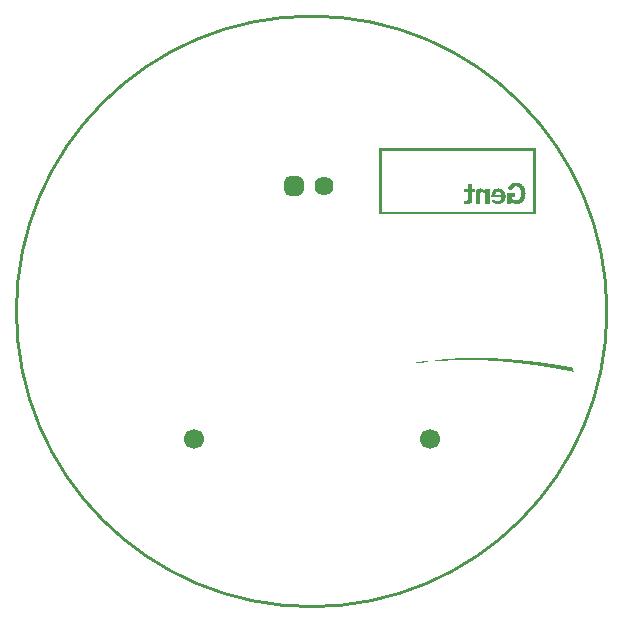
<source format=gbs>
G04*
G04 #@! TF.GenerationSoftware,Altium Limited,Altium Designer,25.1.2 (22)*
G04*
G04 Layer_Color=16711935*
%FSLAX25Y25*%
%MOIN*%
G70*
G04*
G04 #@! TF.SameCoordinates,20C2AC38-BB5E-479F-A31B-2D12C5FD2638*
G04*
G04*
G04 #@! TF.FilePolarity,Negative*
G04*
G01*
G75*
%ADD10C,0.01000*%
G04:AMPARAMS|DCode=11|XSize=63.94mil|YSize=63.94mil|CornerRadius=16.97mil|HoleSize=0mil|Usage=FLASHONLY|Rotation=180.000|XOffset=0mil|YOffset=0mil|HoleType=Round|Shape=RoundedRectangle|*
%AMROUNDEDRECTD11*
21,1,0.06394,0.03000,0,0,180.0*
21,1,0.03000,0.06394,0,0,180.0*
1,1,0.03394,-0.01500,0.01500*
1,1,0.03394,0.01500,0.01500*
1,1,0.03394,0.01500,-0.01500*
1,1,0.03394,-0.01500,-0.01500*
%
%ADD11ROUNDEDRECTD11*%
%ADD12C,0.06394*%
%ADD13C,0.06693*%
G36*
X173162Y130723D02*
X121704Y130718D01*
X120986D01*
X120981Y152726D01*
X173156Y152731D01*
X173162Y130723D01*
D02*
G37*
G36*
X137176Y81949D02*
X137196Y81901D01*
X137224Y81824D01*
X137244Y81776D01*
X137273Y81699D01*
X137297Y81637D01*
X137316Y81588D01*
X137345Y81521D01*
X137297Y81511D01*
X136873Y81473D01*
X136777Y81463D01*
X136460Y81434D01*
X136344Y81425D01*
X136238Y81415D01*
X135661Y81367D01*
X135555Y81357D01*
X135430Y81348D01*
X135315Y81338D01*
X134940Y81309D01*
X134824Y81300D01*
X134324Y81261D01*
X134189Y81252D01*
X133963Y81237D01*
X133924Y81228D01*
X133617Y81208D01*
X133588Y81199D01*
X133506Y81204D01*
X133468Y81213D01*
X133415Y81228D01*
X133338Y81276D01*
X133318Y81285D01*
X133299Y81305D01*
X133280Y81314D01*
X133251Y81343D01*
X133232Y81353D01*
X133184Y81401D01*
X133165Y81410D01*
X133112Y81463D01*
X133160Y81473D01*
X133237Y81482D01*
X133323Y81492D01*
X133708Y81540D01*
X133795Y81550D01*
X133944Y81564D01*
X133949Y81569D01*
X134102Y81588D01*
X134189Y81598D01*
X134266Y81608D01*
X134353Y81617D01*
X134430Y81627D01*
X134516Y81637D01*
X134593Y81646D01*
X134680Y81656D01*
X134757Y81665D01*
X134843Y81675D01*
X134920Y81685D01*
X135007Y81694D01*
X135161Y81713D01*
X135247Y81723D01*
X135324Y81733D01*
X135411Y81742D01*
X135488Y81752D01*
X135574Y81761D01*
X135652Y81771D01*
X135738Y81781D01*
X135815Y81790D01*
X135902Y81800D01*
X135979Y81810D01*
X136065Y81819D01*
X136989Y81935D01*
X137128Y81949D01*
X137157Y81959D01*
X137176Y81949D01*
D02*
G37*
G36*
X155105Y82897D02*
X155509Y82887D01*
X156413Y82877D01*
X156731Y82868D01*
X157741Y82839D01*
X158010Y82829D01*
X158251Y82820D01*
X159001Y82791D01*
X159232Y82781D01*
X159424Y82772D01*
X160406Y82724D01*
X160589Y82714D01*
X161079Y82685D01*
X161252Y82675D01*
X161416Y82666D01*
X161700Y82651D01*
X161767Y82642D01*
X162340Y82608D01*
X162604Y82594D01*
X162643Y82584D01*
X163215Y82550D01*
X163350Y82541D01*
X163475Y82531D01*
X163744Y82512D01*
X163869Y82502D01*
X164273Y82473D01*
X164399Y82464D01*
X164533Y82454D01*
X164649Y82445D01*
X164774Y82435D01*
X165351Y82387D01*
X165476Y82377D01*
X165938Y82339D01*
X166063Y82329D01*
X166640Y82281D01*
X166765Y82271D01*
X167227Y82233D01*
X167333Y82223D01*
X167525Y82204D01*
X167631Y82195D01*
X167824Y82175D01*
X167929Y82166D01*
X168026Y82156D01*
X168131Y82146D01*
X168324Y82127D01*
X168430Y82117D01*
X168622Y82098D01*
X168728Y82089D01*
X168920Y82069D01*
X169026Y82060D01*
X169219Y82041D01*
X169324Y82031D01*
X169613Y82002D01*
X169873Y81973D01*
X169969Y81964D01*
X170229Y81935D01*
X170325Y81925D01*
X170585Y81896D01*
X170681Y81887D01*
X170854Y81867D01*
X170950Y81858D01*
X171210Y81829D01*
X171306Y81819D01*
X171566Y81790D01*
X171662Y81781D01*
X171835Y81761D01*
X171912Y81752D01*
X171999Y81742D01*
X172153Y81723D01*
X172239Y81713D01*
X172393Y81694D01*
X172480Y81685D01*
X172634Y81665D01*
X172721Y81656D01*
X172874Y81637D01*
X172961Y81627D01*
X173115Y81608D01*
X173202Y81598D01*
X173355Y81579D01*
X173442Y81569D01*
X173596Y81550D01*
X173683Y81540D01*
X173822Y81526D01*
X173861Y81516D01*
X173957Y81507D01*
X174024Y81497D01*
X174154Y81482D01*
X174351Y81458D01*
X174390Y81449D01*
X174520Y81434D01*
X174640Y81420D01*
X174678Y81410D01*
X174808Y81396D01*
X175005Y81372D01*
X175044Y81362D01*
X175174Y81348D01*
X175371Y81324D01*
X175409Y81314D01*
X175539Y81300D01*
X175660Y81285D01*
X175698Y81276D01*
X175828Y81261D01*
X176025Y81237D01*
X176064Y81228D01*
X176194Y81213D01*
X176314Y81199D01*
X176352Y81189D01*
X176482Y81175D01*
X178147Y80934D01*
X178676Y80857D01*
X178734Y80848D01*
X178859Y80828D01*
X178916Y80819D01*
X179041Y80799D01*
X179099Y80790D01*
X179224Y80771D01*
X179282Y80761D01*
X179407Y80742D01*
X179465Y80732D01*
X179715Y80694D01*
X179773Y80684D01*
X179898Y80665D01*
X179955Y80655D01*
X180080Y80636D01*
X180138Y80626D01*
X180263Y80607D01*
X180321Y80597D01*
X180446Y80578D01*
X180504Y80568D01*
X180629Y80549D01*
X180687Y80540D01*
X180812Y80520D01*
X181216Y80453D01*
X181264Y80444D01*
X181552Y80395D01*
X181600Y80386D01*
X181889Y80338D01*
X181937Y80328D01*
X182226Y80280D01*
X182274Y80270D01*
X182563Y80222D01*
X182611Y80213D01*
X182899Y80164D01*
X182948Y80155D01*
X183178Y80116D01*
X183227Y80107D01*
X183284Y80097D01*
X183332Y80088D01*
X183390Y80078D01*
X183486Y80059D01*
X183544Y80049D01*
X183592Y80039D01*
X183650Y80030D01*
X183746Y80010D01*
X183804Y80001D01*
X183852Y79991D01*
X183909Y79982D01*
X184006Y79962D01*
X184063Y79953D01*
X184112Y79943D01*
X184169Y79934D01*
X184265Y79914D01*
X184323Y79905D01*
X184371Y79895D01*
X184429Y79886D01*
X184477Y79876D01*
X184535Y79866D01*
X184631Y79847D01*
X184689Y79837D01*
X184737Y79828D01*
X184795Y79818D01*
X184891Y79799D01*
X184949Y79789D01*
X184997Y79780D01*
X185054Y79770D01*
X185151Y79751D01*
X185208Y79741D01*
X185257Y79732D01*
X185314Y79722D01*
X185362Y79712D01*
X185454Y79698D01*
X185463Y79679D01*
X185473Y79640D01*
X185492Y79544D01*
X185502Y79505D01*
X185511Y79457D01*
X185521Y79419D01*
X185540Y79323D01*
X185550Y79284D01*
X185598Y79044D01*
X185608Y79005D01*
X185656Y78765D01*
X185665Y78726D01*
X185694Y78582D01*
X185704Y78543D01*
X185723Y78447D01*
X185747Y78337D01*
X185757Y78308D01*
X185752Y78293D01*
X185709Y78298D01*
X185612Y78317D01*
X185555Y78327D01*
X185314Y78375D01*
X185257Y78385D01*
X185064Y78423D01*
X185006Y78433D01*
X184814Y78471D01*
X184756Y78481D01*
X184564Y78519D01*
X184506Y78529D01*
X184314Y78567D01*
X184256Y78577D01*
X184063Y78615D01*
X184006Y78625D01*
X183813Y78664D01*
X183756Y78673D01*
X183611Y78702D01*
X183554Y78712D01*
X183457Y78731D01*
X183400Y78741D01*
X183352Y78750D01*
X183294Y78760D01*
X183198Y78779D01*
X183140Y78789D01*
X183092Y78798D01*
X183034Y78808D01*
X182938Y78827D01*
X182880Y78837D01*
X182784Y78856D01*
X182726Y78866D01*
X182678Y78875D01*
X182620Y78885D01*
X182524Y78904D01*
X182466Y78914D01*
X182418Y78923D01*
X182361Y78933D01*
X182264Y78952D01*
X182207Y78962D01*
X182159Y78971D01*
X182101Y78981D01*
X182005Y79000D01*
X181947Y79010D01*
X181851Y79029D01*
X181793Y79039D01*
X181745Y79048D01*
X181687Y79058D01*
X181591Y79077D01*
X181533Y79087D01*
X181485Y79097D01*
X181370Y79116D01*
X181322Y79125D01*
X181264Y79135D01*
X181216Y79145D01*
X181100Y79164D01*
X181052Y79173D01*
X180937Y79193D01*
X180889Y79202D01*
X180831Y79212D01*
X180783Y79222D01*
X180667Y79241D01*
X180619Y79251D01*
X180504Y79270D01*
X180456Y79279D01*
X180398Y79289D01*
X180350Y79299D01*
X180234Y79318D01*
X180186Y79327D01*
X180071Y79347D01*
X180023Y79356D01*
X179907Y79375D01*
X179859Y79385D01*
X179801Y79395D01*
X179753Y79404D01*
X179638Y79424D01*
X179590Y79433D01*
X179474Y79453D01*
X179426Y79462D01*
X179195Y79501D01*
X179147Y79510D01*
X178570Y79606D01*
X178522Y79616D01*
X177945Y79712D01*
X177896Y79722D01*
X177088Y79857D01*
X176963Y79876D01*
X176848Y79895D01*
X176723Y79914D01*
X176607Y79934D01*
X176482Y79953D01*
X176367Y79972D01*
X176242Y79991D01*
X176126Y80010D01*
X176001Y80030D01*
X175886Y80049D01*
X175761Y80068D01*
X175645Y80088D01*
X175520Y80107D01*
X175405Y80126D01*
X175280Y80145D01*
X175222Y80155D01*
X175097Y80174D01*
X172980Y80492D01*
X172870Y80506D01*
X172831Y80516D01*
X172634Y80540D01*
X172523Y80554D01*
X172485Y80564D01*
X172288Y80588D01*
X172177Y80602D01*
X172139Y80612D01*
X172009Y80626D01*
X171898Y80641D01*
X171860Y80650D01*
X171662Y80674D01*
X171552Y80689D01*
X171513Y80698D01*
X171316Y80722D01*
X171205Y80737D01*
X171167Y80747D01*
X170849Y80785D01*
X170811Y80795D01*
X170681Y80809D01*
X170450Y80838D01*
X170320Y80852D01*
X170282Y80862D01*
X170152Y80876D01*
X169921Y80905D01*
X169791Y80920D01*
X169753Y80929D01*
X169623Y80944D01*
X169315Y80982D01*
X169185Y80997D01*
X169146Y81006D01*
X169017Y81021D01*
X168632Y81069D01*
X168458Y81088D01*
X168382Y81098D01*
X168295Y81107D01*
X168218Y81117D01*
X168131Y81126D01*
X168054Y81136D01*
X167881Y81155D01*
X167804Y81165D01*
X167718Y81175D01*
X167641Y81184D01*
X167554Y81194D01*
X167477Y81204D01*
X167304Y81223D01*
X167227Y81232D01*
X167140Y81242D01*
X167063Y81252D01*
X166977Y81261D01*
X166881Y81271D01*
X166708Y81290D01*
X166611Y81300D01*
X166525Y81309D01*
X166428Y81319D01*
X166255Y81338D01*
X166159Y81348D01*
X165986Y81367D01*
X165890Y81377D01*
X165717Y81396D01*
X165620Y81406D01*
X165447Y81425D01*
X165255Y81444D01*
X165149Y81454D01*
X164860Y81482D01*
X164754Y81492D01*
X164562Y81511D01*
X164456Y81521D01*
X164168Y81550D01*
X164062Y81559D01*
X163869Y81579D01*
X163763Y81588D01*
X163667Y81598D01*
X163552Y81608D01*
X163446Y81617D01*
X163331Y81627D01*
X163225Y81637D01*
X163109Y81646D01*
X163004Y81656D01*
X162888Y81665D01*
X162782Y81675D01*
X162667Y81685D01*
X162561Y81694D01*
X162445Y81704D01*
X162340Y81713D01*
X162224Y81723D01*
X162118Y81733D01*
X162003Y81742D01*
X161753Y81761D01*
X161637Y81771D01*
X160387Y81867D01*
X160108Y81887D01*
X158684Y81983D01*
X158530Y81992D01*
X158357Y82002D01*
X157866Y82031D01*
X157693Y82041D01*
X157202Y82069D01*
X157029Y82079D01*
X156846Y82089D01*
X156250Y82117D01*
X155846Y82137D01*
X155475Y82151D01*
X155446Y82161D01*
X155042Y82170D01*
X155013Y82180D01*
X154099Y82190D01*
X153970Y82204D01*
X153864Y82214D01*
X153700Y82223D01*
X152882Y82233D01*
X152767Y82243D01*
X152642Y82252D01*
X152421Y82262D01*
X151083Y82271D01*
X150833Y82281D01*
X150525Y82291D01*
X149491Y82286D01*
X149462Y82276D01*
X148866Y82286D01*
X148837Y82276D01*
X147995Y82262D01*
X147283Y82243D01*
X147014Y82233D01*
X146273Y82204D01*
X146071Y82195D01*
X145301Y82156D01*
X145128Y82146D01*
X144965Y82137D01*
X144810Y82127D01*
X144527Y82113D01*
X144459Y82103D01*
X144031Y82079D01*
X143608Y82050D01*
X143194Y82021D01*
X142694Y81983D01*
X142559Y81973D01*
X142309Y81954D01*
X141732Y81906D01*
X141607Y81896D01*
X141376Y81877D01*
X141179Y81862D01*
X141169D01*
X141155Y81858D01*
X141049Y81848D01*
X140933Y81839D01*
X140722Y81819D01*
X140606Y81810D01*
X140395Y81790D01*
X140308Y81781D01*
X140231Y81771D01*
X140144Y81761D01*
X140068Y81752D01*
X139894Y81733D01*
X139745Y81718D01*
X139711Y81819D01*
X139683Y81887D01*
X139663Y81935D01*
X139548Y82175D01*
X139745Y82199D01*
X139813Y82209D01*
X139909Y82218D01*
X139976Y82228D01*
X140106Y82243D01*
X140337Y82271D01*
X140423Y82281D01*
X140520Y82291D01*
X140645Y82300D01*
X141385Y82368D01*
X141501Y82377D01*
X142030Y82425D01*
X142261Y82445D01*
X142386Y82454D01*
X142501Y82464D01*
X142627Y82473D01*
X142742Y82483D01*
X142867Y82493D01*
X142983Y82502D01*
X143108Y82512D01*
X143223Y82522D01*
X143473Y82541D01*
X143743Y82560D01*
X145003Y82647D01*
X145176Y82656D01*
X145503Y82675D01*
X145676Y82685D01*
X146003Y82704D01*
X146177Y82714D01*
X146340Y82724D01*
X146523Y82733D01*
X147764Y82791D01*
X148005Y82801D01*
X148543Y82820D01*
X149361Y82849D01*
X149756Y82858D01*
X150511Y82873D01*
X150540Y82882D01*
X151723Y82892D01*
X151752Y82902D01*
X155105Y82897D01*
D02*
G37*
%LPC*%
G36*
X154588Y151753D02*
X121986D01*
X121970Y151737D01*
X121959Y131756D01*
X121975Y131707D01*
X172156Y131696D01*
X172172Y131712D01*
X172183Y151693D01*
X172167Y151742D01*
X154588Y151753D01*
D02*
G37*
%LPD*%
G36*
X151963Y140974D02*
X151974Y139333D01*
X151985Y139289D01*
X152006Y139278D01*
X152789Y139268D01*
X152800Y138235D01*
X152768Y138213D01*
X152045Y138219D01*
X152001Y138208D01*
X151985Y138191D01*
X151974Y135941D01*
X151963Y135376D01*
X151952Y135300D01*
X151941Y135267D01*
X151920Y135126D01*
X151898Y135039D01*
X151876Y134984D01*
X151767Y134756D01*
X151735Y134723D01*
X151724Y134702D01*
X151631Y134609D01*
X151577Y134577D01*
X151544Y134544D01*
X151523Y134533D01*
X151436Y134479D01*
X151392Y134468D01*
X151376Y134452D01*
X151305Y134425D01*
X151246Y134408D01*
X151191Y134387D01*
X151110Y134370D01*
X151077Y134359D01*
X150990Y134338D01*
X150838Y134316D01*
X150664Y134305D01*
X150631Y134294D01*
X150099Y134283D01*
X149990Y134294D01*
X149957Y134305D01*
X149729Y134316D01*
X149490Y134338D01*
X149381Y134348D01*
X149338Y134359D01*
X149321Y134376D01*
X149327Y135392D01*
X149348Y135403D01*
X149425Y135381D01*
X149435D01*
X149446Y135370D01*
X149707Y135360D01*
X149740Y135349D01*
X150033Y135360D01*
X150077Y135370D01*
X150126Y135387D01*
X150186Y135403D01*
X150240Y135425D01*
X150316Y135468D01*
X150387Y135539D01*
X150441Y135637D01*
X150457Y135675D01*
X150474Y135756D01*
X150485Y135800D01*
X150495Y135832D01*
X150506Y138148D01*
X150495Y138191D01*
X150479Y138208D01*
X149240Y138219D01*
X149223Y138246D01*
X149229Y139262D01*
X150468Y139273D01*
X150501Y139306D01*
X150512Y140980D01*
X151947Y140991D01*
X151963Y140974D01*
D02*
G37*
G36*
X166835Y141300D02*
X167025Y141284D01*
X167101Y141273D01*
X167134Y141262D01*
X167253Y141252D01*
X167297Y141241D01*
X167356Y141224D01*
X167492Y141197D01*
X167617Y141159D01*
X167677Y141143D01*
X167721Y141132D01*
X167770Y141105D01*
X167829Y141088D01*
X167927Y141045D01*
X168090Y140969D01*
X168210Y140904D01*
X168232Y140893D01*
X168351Y140817D01*
X168427Y140773D01*
X168460Y140741D01*
X168482Y140730D01*
X168514Y140697D01*
X168569Y140665D01*
X168656Y140578D01*
X168677Y140567D01*
X168868Y140376D01*
X168878Y140355D01*
X168933Y140300D01*
X168944Y140279D01*
X168976Y140246D01*
X168987Y140224D01*
X169009Y140202D01*
X169047Y140143D01*
X169096Y140083D01*
X169139Y140007D01*
X169161Y139985D01*
X169204Y139909D01*
X169259Y139811D01*
X169335Y139670D01*
X169444Y139431D01*
X169465Y139355D01*
X169498Y139278D01*
X169520Y139191D01*
X169542Y139137D01*
X169563Y139050D01*
X169590Y138958D01*
X169607Y138887D01*
X169618Y138811D01*
X169639Y138757D01*
X169650Y138659D01*
X169661Y138626D01*
X169672Y138474D01*
X169694Y138387D01*
X169705Y138355D01*
X169715Y137887D01*
X169726Y137854D01*
X169721Y137718D01*
X169710Y137425D01*
X169699Y137197D01*
X169677Y137088D01*
X169667Y136990D01*
X169650Y136822D01*
X169623Y136729D01*
X169607Y136626D01*
X169585Y136539D01*
X169569Y136479D01*
X169558Y136436D01*
X169547Y136371D01*
X169509Y136267D01*
X169498Y136224D01*
X169482Y136164D01*
X169460Y136110D01*
X169444Y136050D01*
X169400Y135952D01*
X169368Y135876D01*
X169324Y135767D01*
X169302Y135745D01*
X169291Y135702D01*
X169248Y135637D01*
X169237Y135593D01*
X169215Y135572D01*
X169128Y135419D01*
X169107Y135398D01*
X169096Y135376D01*
X169042Y135300D01*
X169031Y135278D01*
X168998Y135245D01*
X168987Y135224D01*
X168955Y135191D01*
X168922Y135137D01*
X168683Y134897D01*
X168623Y134849D01*
X168601Y134838D01*
X168569Y134805D01*
X168547Y134794D01*
X168514Y134762D01*
X168460Y134729D01*
X168438Y134707D01*
X168286Y134620D01*
X168264Y134599D01*
X168242Y134588D01*
X168188Y134566D01*
X168166Y134544D01*
X168123Y134533D01*
X168058Y134490D01*
X168014Y134479D01*
X167960Y134457D01*
X167944Y134441D01*
X167884Y134425D01*
X167840Y134414D01*
X167764Y134381D01*
X167721Y134370D01*
X167672Y134354D01*
X167612Y134338D01*
X167579Y134327D01*
X167492Y134316D01*
X167438Y134294D01*
X167351Y134283D01*
X167318Y134272D01*
X167166Y134262D01*
X167014Y134240D01*
X166981Y134229D01*
X166508Y134234D01*
X166465Y134245D01*
X166411Y134256D01*
X166302Y134267D01*
X166248Y134278D01*
X166182Y134289D01*
X166128Y134310D01*
X166085Y134321D01*
X166014Y134338D01*
X165824Y134419D01*
X165764Y134435D01*
X165737Y134463D01*
X165666Y134490D01*
X165644Y134511D01*
X165568Y134555D01*
X165514Y134588D01*
X165492Y134609D01*
X165438Y134642D01*
X165405Y134675D01*
X165383Y134686D01*
X165182Y134887D01*
X165155Y134925D01*
X165052Y135061D01*
X165019Y135115D01*
X165003Y135131D01*
X164976Y135202D01*
X164948Y135262D01*
X164894Y135273D01*
X164889Y134397D01*
X164878Y134354D01*
X164856Y134343D01*
X163829Y134348D01*
X163753Y134338D01*
X163704Y134354D01*
X163693Y137746D01*
X163709Y137762D01*
X163764Y137773D01*
X163807Y137762D01*
X163840Y137773D01*
X166161Y137767D01*
X166286Y137773D01*
X166302Y137757D01*
X166313Y136680D01*
X166275Y136664D01*
X166242Y136675D01*
X166209Y136664D01*
X166193Y136670D01*
X165383Y136664D01*
X165340Y136675D01*
X165296Y136664D01*
X165188Y136675D01*
X165144Y136664D01*
X165117Y136615D01*
X165155Y136490D01*
X165171Y136430D01*
X165182Y136387D01*
X165215Y136311D01*
X165258Y136213D01*
X165269Y136191D01*
X165340Y136055D01*
X165383Y135990D01*
X165432Y135930D01*
X165443Y135908D01*
X165584Y135767D01*
X165644Y135718D01*
X165666Y135707D01*
X165688Y135686D01*
X165742Y135653D01*
X165775Y135620D01*
X165818Y135609D01*
X165845Y135582D01*
X165949Y135544D01*
X165970Y135523D01*
X166057Y135501D01*
X166133Y135468D01*
X166220Y135457D01*
X166297Y135447D01*
X166329Y135436D01*
X166677Y135425D01*
X166764Y135447D01*
X166775D01*
X166873Y135457D01*
X166916Y135468D01*
X167009Y135495D01*
X167068Y135512D01*
X167166Y135555D01*
X167221Y135577D01*
X167318Y135631D01*
X167394Y135675D01*
X167427Y135707D01*
X167449Y135718D01*
X167481Y135751D01*
X167503Y135762D01*
X167547Y135805D01*
X167585Y135832D01*
X167596Y135854D01*
X167628Y135876D01*
X167639Y135898D01*
X167683Y135941D01*
X167693Y135963D01*
X167726Y135995D01*
X167737Y136017D01*
X167770Y136050D01*
X167780Y136072D01*
X167824Y136137D01*
X167857Y136191D01*
X167954Y136376D01*
X167998Y136474D01*
X168009Y136506D01*
X168020Y136550D01*
X168036Y136566D01*
X168063Y136680D01*
X168090Y136740D01*
X168101Y136784D01*
X168112Y136849D01*
X168128Y136930D01*
X168145Y136979D01*
X168156Y137034D01*
X168166Y137142D01*
X168177Y137197D01*
X168193Y137365D01*
X168204Y137398D01*
X168215Y137931D01*
X168204Y138170D01*
X168193Y138278D01*
X168177Y138425D01*
X168161Y138528D01*
X168150Y138604D01*
X168134Y138664D01*
X168123Y138708D01*
X168106Y138778D01*
X168096Y138822D01*
X168074Y138876D01*
X168052Y138963D01*
X168009Y139072D01*
X167965Y139170D01*
X167944Y139224D01*
X167911Y139278D01*
X167889Y139333D01*
X167867Y139355D01*
X167857Y139376D01*
X167780Y139485D01*
X167770Y139507D01*
X167748Y139529D01*
X167737Y139550D01*
X167568Y139719D01*
X167530Y139746D01*
X167471Y139795D01*
X167449Y139806D01*
X167427Y139828D01*
X167351Y139871D01*
X167188Y139958D01*
X167095Y139996D01*
X167036Y140012D01*
X166992Y140023D01*
X166900Y140050D01*
X166720Y140067D01*
X166688Y140077D01*
X166508Y140072D01*
X166318Y140056D01*
X166275Y140045D01*
X166220Y140023D01*
X166133Y140001D01*
X166079Y139980D01*
X165992Y139947D01*
X165960Y139915D01*
X165916Y139904D01*
X165894Y139882D01*
X165840Y139849D01*
X165796Y139806D01*
X165775Y139795D01*
X165661Y139681D01*
X165650Y139659D01*
X165622Y139632D01*
X165574Y139572D01*
X165465Y139409D01*
X165334Y139159D01*
X165291Y139061D01*
X165280Y139018D01*
X165226Y138876D01*
X165215Y138833D01*
X165199Y138784D01*
X165144Y138773D01*
X165095Y138789D01*
X165035Y138806D01*
X164992Y138816D01*
X164900Y138844D01*
X164818Y138860D01*
X164775Y138871D01*
X164720Y138893D01*
X164660Y138909D01*
X164557Y138925D01*
X164541Y138942D01*
X164427Y138969D01*
X164383Y138979D01*
X164334Y138996D01*
X164275Y139012D01*
X164188Y139034D01*
X164139Y139050D01*
X164079Y139067D01*
X164035Y139077D01*
X163927Y139110D01*
X163840Y139132D01*
X163834Y139170D01*
X163845Y139213D01*
X163867Y139268D01*
X163889Y139355D01*
X163905Y139403D01*
X163932Y139474D01*
X163943Y139518D01*
X163965Y139572D01*
X163997Y139659D01*
X164030Y139735D01*
X164160Y140007D01*
X164215Y140105D01*
X164258Y140181D01*
X164280Y140202D01*
X164291Y140224D01*
X164400Y140376D01*
X164410Y140398D01*
X164487Y140474D01*
X164497Y140496D01*
X164677Y140675D01*
X164699Y140686D01*
X164709Y140708D01*
X164731Y140719D01*
X164747Y140735D01*
X164807Y140784D01*
X164829Y140795D01*
X164851Y140817D01*
X164872Y140828D01*
X164894Y140849D01*
X164970Y140893D01*
X164992Y140915D01*
X165068Y140958D01*
X165188Y141023D01*
X165209Y141034D01*
X165329Y141088D01*
X165373Y141099D01*
X165470Y141143D01*
X165514Y141154D01*
X165574Y141170D01*
X165628Y141192D01*
X165693Y141203D01*
X165764Y141219D01*
X165824Y141235D01*
X165867Y141246D01*
X165976Y141257D01*
X166019Y141268D01*
X166085Y141279D01*
X166297Y141295D01*
X166329Y141306D01*
X166835Y141300D01*
D02*
G37*
G36*
X160877Y139376D02*
X161019Y139365D01*
X161073Y139355D01*
X161133Y139338D01*
X161165Y139327D01*
X161263Y139317D01*
X161339Y139284D01*
X161426Y139262D01*
X161475Y139246D01*
X161579Y139208D01*
X161676Y139164D01*
X161839Y139088D01*
X161937Y139034D01*
X162013Y138990D01*
X162035Y138969D01*
X162057Y138958D01*
X162133Y138903D01*
X162155Y138893D01*
X162187Y138860D01*
X162209Y138849D01*
X162252Y138806D01*
X162274Y138795D01*
X162497Y138572D01*
X162508Y138550D01*
X162535Y138523D01*
X162638Y138387D01*
X162671Y138333D01*
X162693Y138311D01*
X162736Y138235D01*
X162856Y138007D01*
X162899Y137898D01*
X162943Y137778D01*
X162964Y137724D01*
X163008Y137550D01*
X163024Y137490D01*
X163035Y137392D01*
X163057Y137305D01*
X163073Y137126D01*
X163084Y137093D01*
X163079Y136490D01*
X163068Y136371D01*
X163057Y136273D01*
X163046Y136229D01*
X163030Y136104D01*
X163008Y136028D01*
X162997Y135985D01*
X162986Y135952D01*
X162975Y135865D01*
X162948Y135805D01*
X162932Y135734D01*
X162878Y135593D01*
X162725Y135278D01*
X162649Y135169D01*
X162617Y135115D01*
X162573Y135071D01*
X162562Y135050D01*
X162530Y135017D01*
X162519Y134995D01*
X162329Y134805D01*
X162307Y134794D01*
X162274Y134762D01*
X162252Y134751D01*
X162231Y134729D01*
X162155Y134675D01*
X162078Y134631D01*
X162046Y134599D01*
X161992Y134577D01*
X161959Y134544D01*
X161916Y134533D01*
X161834Y134484D01*
X161774Y134468D01*
X161758Y134452D01*
X161687Y134425D01*
X161638Y134408D01*
X161535Y134370D01*
X161410Y134332D01*
X161318Y134316D01*
X161269Y134300D01*
X161209Y134283D01*
X161057Y134262D01*
X160915Y134251D01*
X160872Y134240D01*
X160839Y134229D01*
X160279Y134234D01*
X160138Y134256D01*
X160008Y134267D01*
X159861Y134283D01*
X159807Y134305D01*
X159763Y134316D01*
X159687Y134327D01*
X159643Y134338D01*
X159551Y134365D01*
X159480Y134381D01*
X159410Y134408D01*
X159350Y134425D01*
X159209Y134479D01*
X158937Y134609D01*
X158774Y134696D01*
X158752Y134718D01*
X158730Y134729D01*
X158578Y134838D01*
X158556Y134849D01*
X158524Y134881D01*
X158502Y134892D01*
X158458Y134935D01*
X158437Y134946D01*
X158431Y134974D01*
X158442Y135006D01*
X158453Y135028D01*
X158475Y135050D01*
X158562Y135202D01*
X158594Y135234D01*
X158638Y135311D01*
X158670Y135365D01*
X158692Y135387D01*
X158703Y135408D01*
X158931Y135767D01*
X158942Y135789D01*
X158969Y135816D01*
X159013Y135827D01*
X159040Y135800D01*
X159176Y135696D01*
X159181Y135691D01*
X159220Y135664D01*
X159241Y135653D01*
X159263Y135631D01*
X159285Y135620D01*
X159350Y135577D01*
X159426Y135533D01*
X159524Y135479D01*
X159546Y135468D01*
X159665Y135414D01*
X159709Y135403D01*
X159807Y135360D01*
X159850Y135349D01*
X159910Y135332D01*
X159964Y135311D01*
X160029Y135300D01*
X160084Y135289D01*
X160149Y135278D01*
X160220Y135262D01*
X160252Y135251D01*
X160649Y135256D01*
X160703Y135267D01*
X160774Y135283D01*
X160905Y135316D01*
X160981Y135349D01*
X161035Y135370D01*
X161089Y135403D01*
X161154Y135447D01*
X161176Y135457D01*
X161220Y135501D01*
X161241Y135512D01*
X161258Y135528D01*
X161269Y135550D01*
X161301Y135572D01*
X161312Y135593D01*
X161356Y135637D01*
X161388Y135691D01*
X161410Y135713D01*
X161421Y135734D01*
X161470Y135816D01*
X161486Y135876D01*
X161502Y135892D01*
X161524Y135947D01*
X161540Y136006D01*
X161568Y136077D01*
X161589Y136197D01*
X161600Y136251D01*
X161617Y136387D01*
X161600Y136403D01*
X161579Y136414D01*
X161546Y136425D01*
X161524Y136414D01*
X158442Y136419D01*
X158361Y136414D01*
X158344Y136430D01*
X158334Y136865D01*
X158344Y136898D01*
X158355Y137213D01*
X158366Y137257D01*
X158382Y137316D01*
X158410Y137561D01*
X158437Y137631D01*
X158453Y137724D01*
X158507Y137898D01*
X158518Y137941D01*
X158545Y138012D01*
X158562Y138072D01*
X158725Y138409D01*
X158768Y138485D01*
X158823Y138561D01*
X158834Y138583D01*
X158855Y138604D01*
X158866Y138626D01*
X158910Y138670D01*
X158921Y138691D01*
X158964Y138735D01*
X158975Y138757D01*
X159073Y138855D01*
X159133Y138903D01*
X159154Y138914D01*
X159187Y138947D01*
X159209Y138958D01*
X159230Y138979D01*
X159306Y139034D01*
X159361Y139067D01*
X159388Y139094D01*
X159459Y139121D01*
X159480Y139143D01*
X159502Y139154D01*
X159622Y139208D01*
X159736Y139257D01*
X159779Y139268D01*
X159850Y139284D01*
X159866Y139300D01*
X159910Y139311D01*
X159964Y139322D01*
X160056Y139338D01*
X160111Y139360D01*
X160274Y139371D01*
X160307Y139382D01*
X160731Y139393D01*
X160877Y139376D01*
D02*
G37*
G36*
X154751Y139382D02*
X154914Y139371D01*
X154958Y139360D01*
X155018Y139344D01*
X155061Y139333D01*
X155132Y139317D01*
X155175Y139306D01*
X155252Y139273D01*
X155295Y139262D01*
X155371Y139230D01*
X155393Y139219D01*
X155556Y139143D01*
X155708Y139056D01*
X155730Y139034D01*
X155768Y139007D01*
X155773Y139001D01*
X155817Y138969D01*
X155839Y138958D01*
X155882Y138914D01*
X155904Y138903D01*
X156002Y138806D01*
X156023Y138795D01*
X156029Y138778D01*
X156159Y138648D01*
X156197Y138588D01*
X156252Y138556D01*
X156279Y138604D01*
X156268Y138637D01*
X156273Y139164D01*
X156268Y139246D01*
X156295Y139273D01*
X157746Y139268D01*
X157757Y134365D01*
X157736Y134343D01*
X156360Y134348D01*
X156328Y134338D01*
X156295Y134348D01*
X156268Y134387D01*
X156273Y134457D01*
X156268Y137680D01*
X156225Y137724D01*
X156165Y137773D01*
X156143Y137784D01*
X156138Y137800D01*
X156116Y137811D01*
X156012Y137882D01*
X155936Y137936D01*
X155839Y137990D01*
X155817Y138012D01*
X155795Y138023D01*
X155675Y138077D01*
X155583Y138115D01*
X155540Y138126D01*
X155469Y138143D01*
X155415Y138164D01*
X155045Y138175D01*
X154969Y138143D01*
X154904Y138132D01*
X154838Y138088D01*
X154817Y138077D01*
X154735Y137996D01*
X154724Y137974D01*
X154702Y137952D01*
X154637Y137833D01*
X154626Y137735D01*
X154605Y137680D01*
X154594Y134397D01*
X154583Y134354D01*
X154561Y134343D01*
X153219Y134348D01*
X153186Y134338D01*
X153137Y134354D01*
X153126Y137778D01*
X153137Y138246D01*
X153148Y138289D01*
X153164Y138349D01*
X153175Y138414D01*
X153191Y138507D01*
X153219Y138567D01*
X153235Y138626D01*
X153311Y138789D01*
X153344Y138844D01*
X153355Y138865D01*
X153376Y138887D01*
X153387Y138909D01*
X153431Y138952D01*
X153442Y138974D01*
X153556Y139088D01*
X153577Y139099D01*
X153594Y139116D01*
X153697Y139186D01*
X153838Y139262D01*
X153909Y139289D01*
X153963Y139311D01*
X154034Y139327D01*
X154077Y139338D01*
X154132Y139360D01*
X154273Y139371D01*
X154306Y139382D01*
X154719Y139393D01*
X154751Y139382D01*
D02*
G37*
%LPC*%
G36*
X160649Y138344D02*
X160480Y138338D01*
X160372Y138327D01*
X160317Y138305D01*
X160274Y138295D01*
X160176Y138251D01*
X160143Y138240D01*
X160067Y138186D01*
X160046Y138175D01*
X159937Y138066D01*
X159888Y138007D01*
X159845Y137931D01*
X159801Y137865D01*
X159790Y137822D01*
X159774Y137805D01*
X159747Y137735D01*
X159709Y137610D01*
X159692Y137528D01*
X159681Y137496D01*
X159671Y137398D01*
X159660Y137354D01*
X159649Y137322D01*
X159665Y137294D01*
X161111Y137284D01*
X161122D01*
X161584Y137289D01*
X161595Y137333D01*
X161584Y137376D01*
X161573Y137452D01*
X161557Y137501D01*
X161530Y137615D01*
X161486Y137713D01*
X161410Y137876D01*
X161366Y137952D01*
X161334Y137985D01*
X161323Y138007D01*
X161290Y138039D01*
X161279Y138061D01*
X161263Y138077D01*
X161241Y138088D01*
X161176Y138153D01*
X161122Y138186D01*
X161089Y138219D01*
X161067Y138230D01*
X161013Y138251D01*
X160997Y138268D01*
X160942Y138289D01*
X160899Y138300D01*
X160845Y138322D01*
X160790Y138333D01*
X160649Y138344D01*
D02*
G37*
%LPD*%
D10*
X196850Y98425D02*
G03*
X196850Y98425I-98425J0D01*
G01*
D11*
X92638Y140157D02*
D03*
D12*
X102638D02*
D03*
D13*
X137795Y55905D02*
D03*
X59055D02*
D03*
M02*

</source>
